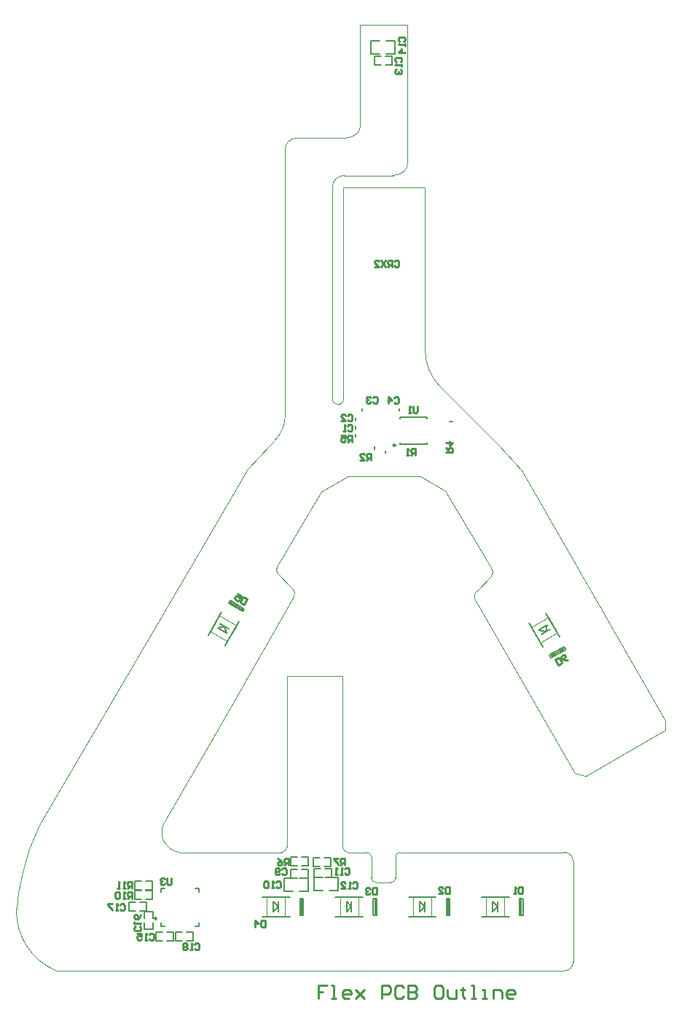
<source format=gbo>
G04*
G04 #@! TF.GenerationSoftware,Altium Limited,Altium Designer,18.1.4 (159)*
G04*
G04 Layer_Color=32896*
%FSLAX44Y44*%
%MOMM*%
G71*
G01*
G75*
%ADD10C,0.2500*%
%ADD13C,0.2540*%
%ADD15C,0.0500*%
%ADD16C,0.0500*%
%ADD17C,0.0510*%
%ADD18C,0.0508*%
%ADD80C,0.1270*%
%ADD81C,0.2000*%
%ADD82C,0.1981*%
%ADD83C,0.1778*%
D10*
X116438Y60956D02*
G03*
X116438Y60956I-1250J0D01*
G01*
X393821Y610305D02*
G03*
X393821Y610305I-1250J0D01*
G01*
D13*
X392649Y823615D02*
X393919Y824885D01*
X396458D01*
X397728Y823615D01*
Y818537D01*
X396458Y817268D01*
X393919D01*
X392649Y818537D01*
X390110Y817268D02*
Y824885D01*
X386301D01*
X385032Y823615D01*
Y821076D01*
X386301Y819807D01*
X390110D01*
X387571D02*
X385032Y817268D01*
X382492Y824885D02*
X377414Y817268D01*
Y824885D02*
X382492Y817268D01*
X369797D02*
X374875D01*
X369797Y822346D01*
Y823615D01*
X371066Y824885D01*
X373605D01*
X374875Y823615D01*
X391966Y664895D02*
X393236Y666164D01*
X395775D01*
X397045Y664895D01*
Y659816D01*
X395775Y658547D01*
X393236D01*
X391966Y659816D01*
X385618Y658547D02*
Y666164D01*
X389427Y662355D01*
X384349D01*
X338275Y644698D02*
X339545Y645968D01*
X342084D01*
X343354Y644698D01*
Y639620D01*
X342084Y638350D01*
X339545D01*
X338275Y639620D01*
X330658Y638350D02*
X335736D01*
X330658Y643429D01*
Y644698D01*
X331927Y645968D01*
X334467D01*
X335736Y644698D01*
X133490Y107744D02*
Y101396D01*
X132220Y100126D01*
X129681D01*
X128412Y101396D01*
Y107744D01*
X125872Y106474D02*
X124603Y107744D01*
X122064D01*
X120794Y106474D01*
Y105205D01*
X122064Y103935D01*
X123333D01*
X122064D01*
X120794Y102666D01*
Y101396D01*
X122064Y100126D01*
X124603D01*
X125872Y101396D01*
X419029Y655673D02*
Y649325D01*
X417759Y648056D01*
X415220D01*
X413950Y649325D01*
Y655673D01*
X411411Y648056D02*
X408872D01*
X410141D01*
Y655673D01*
X411411Y654404D01*
X87290Y96103D02*
Y103721D01*
X83481D01*
X82212Y102451D01*
Y99912D01*
X83481Y98643D01*
X87290D01*
X84751D02*
X82212Y96103D01*
X79672D02*
X77133D01*
X78403D01*
Y103721D01*
X79672Y102451D01*
X73324Y96103D02*
X70785D01*
X72055D01*
Y103721D01*
X73324Y102451D01*
X87290Y83975D02*
Y91593D01*
X83481D01*
X82212Y90323D01*
Y87784D01*
X83481Y86515D01*
X87290D01*
X84751D02*
X82212Y83975D01*
X79672D02*
X77133D01*
X78403D01*
Y91593D01*
X79672Y90323D01*
X73324D02*
X72055Y91593D01*
X69516D01*
X68246Y90323D01*
Y85245D01*
X69516Y83975D01*
X72055D01*
X73324Y85245D01*
Y90323D01*
X334507Y123286D02*
Y130904D01*
X330698D01*
X329429Y129634D01*
Y127095D01*
X330698Y125825D01*
X334507D01*
X331968D02*
X329429Y123286D01*
X326889Y130904D02*
X321811D01*
Y129634D01*
X326889Y124556D01*
Y123286D01*
X269229Y122853D02*
Y130471D01*
X265420D01*
X264151Y129201D01*
Y126662D01*
X265420Y125392D01*
X269229D01*
X266690D02*
X264151Y122853D01*
X256533Y130471D02*
X259072Y129201D01*
X261611Y126662D01*
Y124123D01*
X260342Y122853D01*
X257803D01*
X256533Y124123D01*
Y125392D01*
X257803Y126662D01*
X261611D01*
X342946Y614089D02*
Y621706D01*
X339137D01*
X337867Y620436D01*
Y617897D01*
X339137Y616628D01*
X342946D01*
X340406D02*
X337867Y614089D01*
X330250Y621706D02*
X335328D01*
Y617897D01*
X332789Y619167D01*
X331519D01*
X330250Y617897D01*
Y615358D01*
X331519Y614089D01*
X334058D01*
X335328Y615358D01*
X452591Y601910D02*
X460208D01*
Y605719D01*
X458939Y606988D01*
X456399D01*
X455130Y605719D01*
Y601910D01*
Y604449D02*
X452591Y606988D01*
Y613336D02*
X460208D01*
X456399Y609527D01*
Y614606D01*
X365501Y592997D02*
Y600615D01*
X361692D01*
X360422Y599345D01*
Y596806D01*
X361692Y595536D01*
X365501D01*
X362962D02*
X360422Y592997D01*
X352805D02*
X357883D01*
X352805Y598075D01*
Y599345D01*
X354074Y600615D01*
X356614D01*
X357883Y599345D01*
X416555Y598665D02*
Y606282D01*
X412746D01*
X411476Y605013D01*
Y602474D01*
X412746Y601204D01*
X416555D01*
X414016D02*
X411476Y598665D01*
X408937D02*
X406398D01*
X407668D01*
Y606282D01*
X408937Y605013D01*
X582981Y354786D02*
X579172Y361383D01*
X582471Y363287D01*
X584205Y362823D01*
X586744Y358425D01*
X586279Y356690D01*
X582981Y354786D01*
X593976Y361134D02*
X591142Y360964D01*
X587673Y361893D01*
X586404Y364092D01*
X586869Y365827D01*
X589067Y367096D01*
X590802Y366632D01*
X591437Y365532D01*
X590972Y363798D01*
X587673Y361893D01*
X221361Y431864D02*
X217552Y425267D01*
X214254Y427172D01*
X213789Y428906D01*
X216328Y433304D01*
X218062Y433769D01*
X221361Y431864D01*
X210366Y438212D02*
X214764Y435673D01*
X212860Y432375D01*
X211295Y434744D01*
X210196Y435379D01*
X208462Y434914D01*
X207192Y432715D01*
X207657Y430981D01*
X209856Y429711D01*
X211590Y430176D01*
X242401Y58936D02*
Y51318D01*
X238592D01*
X237322Y52588D01*
Y57666D01*
X238592Y58936D01*
X242401D01*
X230974Y51318D02*
Y58936D01*
X234783Y55127D01*
X229705D01*
X371696Y96274D02*
Y88657D01*
X367887D01*
X366617Y89926D01*
Y95004D01*
X367887Y96274D01*
X371696D01*
X364078Y95004D02*
X362809Y96274D01*
X360269D01*
X359000Y95004D01*
Y93735D01*
X360269Y92465D01*
X361539D01*
X360269D01*
X359000Y91196D01*
Y89926D01*
X360269Y88657D01*
X362809D01*
X364078Y89926D01*
X456363Y97290D02*
Y89672D01*
X452554D01*
X451284Y90942D01*
Y96020D01*
X452554Y97290D01*
X456363D01*
X443667Y89672D02*
X448745D01*
X443667Y94751D01*
Y96020D01*
X444936Y97290D01*
X447476D01*
X448745Y96020D01*
X541373Y97290D02*
Y89672D01*
X537564D01*
X536294Y90942D01*
Y96020D01*
X537564Y97290D01*
X541373D01*
X533755Y89672D02*
X531216D01*
X532486D01*
Y97290D01*
X533755Y96020D01*
X160416Y30826D02*
X161685Y32096D01*
X164224D01*
X165494Y30826D01*
Y25748D01*
X164224Y24478D01*
X161685D01*
X160416Y25748D01*
X157876Y24478D02*
X155337D01*
X156607D01*
Y32096D01*
X157876Y30826D01*
X151529D02*
X150259Y32096D01*
X147720D01*
X146450Y30826D01*
Y29557D01*
X147720Y28287D01*
X146450Y27018D01*
Y25748D01*
X147720Y24478D01*
X150259D01*
X151529Y25748D01*
Y27018D01*
X150259Y28287D01*
X151529Y29557D01*
Y30826D01*
X150259Y28287D02*
X147720D01*
X73536Y76586D02*
X74805Y77856D01*
X77344D01*
X78614Y76586D01*
Y71508D01*
X77344Y70238D01*
X74805D01*
X73536Y71508D01*
X70996Y70238D02*
X68457D01*
X69727D01*
Y77856D01*
X70996Y76586D01*
X64648Y77856D02*
X59570D01*
Y76586D01*
X64648Y71508D01*
Y70238D01*
X96658Y51611D02*
X97928Y50341D01*
Y47802D01*
X96658Y46532D01*
X91580D01*
X90310Y47802D01*
Y50341D01*
X91580Y51611D01*
X90310Y54150D02*
Y56689D01*
Y55420D01*
X97928D01*
X96658Y54150D01*
X97928Y65576D02*
X96658Y63037D01*
X94119Y60498D01*
X91580D01*
X90310Y61768D01*
Y64307D01*
X91580Y65576D01*
X92849D01*
X94119Y64307D01*
Y60498D01*
X107612Y42297D02*
X108881Y43567D01*
X111420D01*
X112690Y42297D01*
Y37219D01*
X111420Y35949D01*
X108881D01*
X107612Y37219D01*
X105072Y35949D02*
X102533D01*
X103803D01*
Y43567D01*
X105072Y42297D01*
X93646Y43567D02*
X98724D01*
Y39758D01*
X96185Y41028D01*
X94916D01*
X93646Y39758D01*
Y37219D01*
X94916Y35949D01*
X97455D01*
X98724Y37219D01*
X398574Y1078910D02*
X397304Y1080180D01*
Y1082719D01*
X398574Y1083988D01*
X403652D01*
X404921Y1082719D01*
Y1080180D01*
X403652Y1078910D01*
X404921Y1076371D02*
Y1073832D01*
Y1075101D01*
X397304D01*
X398574Y1076371D01*
X404921Y1066214D02*
X397304D01*
X401113Y1070023D01*
Y1064945D01*
X394510Y1055486D02*
X393240Y1056756D01*
Y1059295D01*
X394510Y1060564D01*
X399588D01*
X400858Y1059295D01*
Y1056756D01*
X399588Y1055486D01*
X400858Y1052947D02*
Y1050408D01*
Y1051677D01*
X393240D01*
X394510Y1052947D01*
Y1046599D02*
X393240Y1045329D01*
Y1042790D01*
X394510Y1041521D01*
X395779D01*
X397049Y1042790D01*
Y1044060D01*
Y1042790D01*
X398318Y1041521D01*
X399588D01*
X400858Y1042790D01*
Y1045329D01*
X399588Y1046599D01*
X344420Y101839D02*
X345690Y103108D01*
X348229D01*
X349499Y101839D01*
Y96761D01*
X348229Y95491D01*
X345690D01*
X344420Y96761D01*
X341881Y95491D02*
X339342D01*
X340611D01*
Y103108D01*
X341881Y101839D01*
X330455Y95491D02*
X335533D01*
X330455Y100569D01*
Y101839D01*
X331724Y103108D01*
X334264D01*
X335533Y101839D01*
X335022Y118349D02*
X336292Y119618D01*
X338831D01*
X340101Y118349D01*
Y113271D01*
X338831Y112001D01*
X336292D01*
X335022Y113271D01*
X332483Y112001D02*
X329944D01*
X331213D01*
Y119618D01*
X332483Y118349D01*
X326135Y112001D02*
X323596D01*
X324866D01*
Y119618D01*
X326135Y118349D01*
X254810Y102990D02*
X256079Y104259D01*
X258619D01*
X259888Y102990D01*
Y97911D01*
X258619Y96642D01*
X256079D01*
X254810Y97911D01*
X252271Y96642D02*
X249731D01*
X251001D01*
Y104259D01*
X252271Y102990D01*
X245923D02*
X244653Y104259D01*
X242114D01*
X240844Y102990D01*
Y97911D01*
X242114Y96642D01*
X244653D01*
X245923Y97911D01*
Y102990D01*
X261668Y117976D02*
X262937Y119245D01*
X265477D01*
X266746Y117976D01*
Y112897D01*
X265477Y111628D01*
X262937D01*
X261668Y112897D01*
X259129D02*
X257859Y111628D01*
X255320D01*
X254050Y112897D01*
Y117976D01*
X255320Y119245D01*
X257859D01*
X259129Y117976D01*
Y116706D01*
X257859Y115436D01*
X254050D01*
X367725Y665304D02*
X368995Y666573D01*
X371534D01*
X372804Y665304D01*
Y660226D01*
X371534Y658956D01*
X368995D01*
X367725Y660226D01*
X365186Y665304D02*
X363917Y666573D01*
X361377D01*
X360108Y665304D01*
Y664034D01*
X361377Y662765D01*
X362647D01*
X361377D01*
X360108Y661495D01*
Y660226D01*
X361377Y658956D01*
X363917D01*
X365186Y660226D01*
X338121Y632882D02*
X339391Y634152D01*
X341930D01*
X343200Y632882D01*
Y627804D01*
X341930Y626535D01*
X339391D01*
X338121Y627804D01*
X335582Y626535D02*
X333043D01*
X334312D01*
Y634152D01*
X335582Y632882D01*
X314494Y-16853D02*
X304338D01*
Y-24470D01*
X309416D01*
X304338D01*
Y-32088D01*
X319573D02*
X324651D01*
X322112D01*
Y-16853D01*
X319573D01*
X339886Y-32088D02*
X334808D01*
X332268Y-29548D01*
Y-24470D01*
X334808Y-21931D01*
X339886D01*
X342425Y-24470D01*
Y-27009D01*
X332268D01*
X347504Y-21931D02*
X357660Y-32088D01*
X352582Y-27009D01*
X357660Y-21931D01*
X347504Y-32088D01*
X377974D02*
Y-16853D01*
X385591D01*
X388130Y-19392D01*
Y-24470D01*
X385591Y-27009D01*
X377974D01*
X403366Y-19392D02*
X400826Y-16853D01*
X395748D01*
X393209Y-19392D01*
Y-29548D01*
X395748Y-32088D01*
X400826D01*
X403366Y-29548D01*
X408444Y-16853D02*
Y-32088D01*
X416061D01*
X418601Y-29548D01*
Y-27009D01*
X416061Y-24470D01*
X408444D01*
X416061D01*
X418601Y-21931D01*
Y-19392D01*
X416061Y-16853D01*
X408444D01*
X446531D02*
X441453D01*
X438914Y-19392D01*
Y-29548D01*
X441453Y-32088D01*
X446531D01*
X449071Y-29548D01*
Y-19392D01*
X446531Y-16853D01*
X454149Y-21931D02*
Y-29548D01*
X456688Y-32088D01*
X464306D01*
Y-21931D01*
X471923Y-19392D02*
Y-21931D01*
X469384D01*
X474463D01*
X471923D01*
Y-29548D01*
X474463Y-32088D01*
X482080D02*
X487158D01*
X484619D01*
Y-16853D01*
X482080D01*
X494776Y-32088D02*
X499854D01*
X497315D01*
Y-21931D01*
X494776D01*
X507472Y-32088D02*
Y-21931D01*
X515089D01*
X517629Y-24470D01*
Y-32088D01*
X530324D02*
X525246D01*
X522707Y-29548D01*
Y-24470D01*
X525246Y-21931D01*
X530324D01*
X532864Y-24470D01*
Y-27009D01*
X522707D01*
D15*
X600247Y127484D02*
G03*
X590088Y137644I-10160J0D01*
G01*
X589833Y0D02*
G03*
X600247Y10414I0J10414D01*
G01*
X614932Y226313D02*
X707436Y279556D01*
Y290448D01*
X600247Y127170D02*
Y127484D01*
X589580Y137644D02*
X590088D01*
X600247Y10414D02*
Y127170D01*
X-32213Y141140D02*
X-20447Y169226D01*
X-39578Y114471D02*
X-32213Y141140D01*
X-44658Y90849D02*
X-39578Y114471D01*
X-46625Y72103D02*
X-44658Y90849D01*
X571624Y410713D02*
X582063Y392583D01*
X551692Y399236D02*
X562131Y381106D01*
X551692Y399236D02*
X571624Y410713D01*
X562131Y381106D02*
X582063Y392583D01*
X178657Y394193D02*
X189096Y412323D01*
X198589Y382716D02*
X209028Y400846D01*
X189096Y412323D02*
X209028Y400846D01*
X178657Y394193D02*
X198589Y382716D01*
X398980Y137644D02*
X589580Y137644D01*
X338541Y137584D02*
X360648D01*
X143128Y137644D02*
X158863D01*
X200145Y137584D02*
X261566D01*
X325067Y658299D02*
X329291D01*
X371294Y102533D02*
X388334D01*
X422905Y574221D02*
X451495Y556926D01*
X505860Y466230D01*
X489008Y441558D02*
X504336Y457340D01*
X505860Y459626D01*
X506622Y462928D01*
X505860Y466230D02*
X506622Y462928D01*
X257617Y460498D02*
X272945Y444716D01*
X256093Y462784D02*
X257617Y460498D01*
X255331Y466086D02*
X256093Y462784D01*
X255331Y466086D02*
X256093Y469388D01*
X256081Y469395D02*
X308048Y556090D01*
X428241Y729359D02*
Y909359D01*
X333241Y729359D02*
Y909359D01*
D16*
X398980Y137644D02*
G03*
X393980Y132601I22J-5022D01*
G01*
X332508Y143681D02*
G03*
X338541Y137584I6065J-31D01*
G01*
X329291Y658299D02*
G03*
X333241Y662857I-304J4254D01*
G01*
X320683D02*
G03*
X325067Y658299I4849J277D01*
G01*
X261566Y137584D02*
G03*
X267507Y143772I-123J6065D01*
G01*
X388334Y102533D02*
G03*
X393980Y108045I67J5579D01*
G01*
X365648D02*
G03*
X371294Y102533I5579J67D01*
G01*
X489008Y441558D02*
G03*
X487080Y429517I5057J-6985D01*
G01*
X274873Y432675D02*
G03*
X272945Y444716I-6985J5057D01*
G01*
X-46625Y72103D02*
G03*
X0Y13I75007J-2611D01*
G01*
X125806Y173617D02*
G03*
X143128Y137644I19993J-12530D01*
G01*
X391126Y923399D02*
G03*
X404617Y928987I0J19079D01*
G01*
X428241Y720934D02*
G03*
X446201Y677573I61321J0D01*
G01*
X279164Y966804D02*
G03*
X269353Y962740I0J-13875D01*
G01*
X349617Y972392D02*
G03*
X352805Y980088I-7696J7696D01*
G01*
X334164Y923399D02*
G03*
X324353Y919335I0J-13875D01*
G01*
X269353Y962740D02*
G03*
X265683Y953879I8860J-8860D01*
G01*
X253487Y615834D02*
G03*
X265683Y645278I-29444J29444D01*
G01*
X404617Y928987D02*
G03*
X407805Y936684I-7696J7696D01*
G01*
X365648Y132601D02*
G03*
X360648Y137584I-4992J-8D01*
G01*
X336126Y966804D02*
G03*
X349617Y972392I0J19079D01*
G01*
X324353Y919335D02*
G03*
X320683Y910475I8860J-8860D01*
G01*
X614479Y226052D02*
X614932Y226313D01*
X602264Y229344D02*
X614479Y226052D01*
X499396Y62979D02*
Y85979D01*
Y62979D02*
X520396D01*
Y85979D01*
X499396D02*
X520396D01*
X414396Y62980D02*
Y85980D01*
Y62980D02*
X435396D01*
Y85980D01*
X414396D02*
X435396D01*
X329396Y62979D02*
Y85979D01*
Y62979D02*
X350396D01*
Y85979D01*
X329396D02*
X350396D01*
X244396D02*
X265396D01*
Y62979D02*
Y85979D01*
X244396Y62979D02*
X265396D01*
X244396D02*
Y85979D01*
X267507Y143772D02*
Y342054D01*
X332508Y143681D02*
Y342054D01*
X267507D02*
X332508D01*
X393980Y108045D02*
Y132601D01*
X487080Y429517D02*
X602264Y229344D01*
X0Y0D02*
X532999Y0D01*
X589833D01*
X333241Y909359D02*
X428241D01*
X334164Y923399D02*
X391126D01*
X446201Y677573D02*
X514176Y609599D01*
X177228Y262982D02*
X274873Y432675D01*
X540153Y581162D02*
X595391Y485166D01*
X707436Y290448D01*
X166106Y487019D02*
X222176Y582534D01*
X-20447Y169226D02*
X166106Y487019D01*
X125806Y173617D02*
X177228Y262982D01*
X308048Y556090D02*
X339311Y574555D01*
X342898Y574567D02*
X422905Y574221D01*
X279164Y966804D02*
X336126D01*
X514176Y609599D02*
X540153Y581162D01*
X222176Y582534D02*
X248399Y610746D01*
X253487Y615834D01*
X158923Y137584D02*
X200145D01*
X320683Y662857D02*
Y900046D01*
X428241Y720934D02*
Y729359D01*
X365648Y108045D02*
Y132601D01*
X333241Y662857D02*
Y729359D01*
X320683Y900046D02*
Y910475D01*
X339311Y574555D02*
X341104Y574576D01*
X342898Y574567D01*
X265683Y645278D02*
Y651873D01*
D17*
X352805Y1098628D02*
X407805D01*
Y936684D02*
Y1098628D01*
D18*
X352805Y980088D02*
Y1098628D01*
X265683Y651873D02*
X265683Y953879D01*
D80*
X369361Y1051984D02*
X376982D01*
X369361D02*
Y1062144D01*
X376982D01*
X382062D02*
X389682D01*
Y1051984D02*
Y1062144D01*
X382062Y1051984D02*
X389682D01*
X383331Y1079417D02*
X393492D01*
Y1064176D02*
Y1079417D01*
X383331Y1064176D02*
X393492D01*
X365551D02*
X375712D01*
X365551D02*
Y1079417D01*
X375712D01*
X90592Y94325D02*
X98212D01*
X90592D02*
Y104485D01*
X98212D01*
X103292D02*
X110912D01*
Y94325D02*
Y104485D01*
X103292Y94325D02*
X110912D01*
X90592Y82895D02*
X98212D01*
X90592D02*
Y93055D01*
X98212D01*
X103292D02*
X110912D01*
Y82895D02*
Y93055D01*
X103292Y82895D02*
X110912D01*
X298467Y121458D02*
X306087D01*
X298467D02*
Y131618D01*
X306087D01*
X311167D02*
X318787D01*
Y121458D02*
Y131618D01*
X311167Y121458D02*
X318787D01*
X284723Y131831D02*
X292343D01*
Y121671D02*
Y131831D01*
X284723Y121671D02*
X292343D01*
X272023D02*
X279643D01*
X272023D02*
Y131831D01*
X279643D01*
X138062Y34638D02*
X145682D01*
X138062D02*
Y44798D01*
X145682D01*
X150762D02*
X158382D01*
Y34638D02*
Y44798D01*
X150762Y34638D02*
X158382D01*
X83694Y69749D02*
X91314D01*
X83694D02*
Y79909D01*
X91314D01*
X96394D02*
X104014D01*
Y69749D02*
Y79909D01*
X96394Y69749D02*
X104014D01*
X101774Y61069D02*
Y68689D01*
X111934D01*
Y61069D02*
Y68689D01*
Y48369D02*
Y55989D01*
X101774Y48369D02*
X111934D01*
X101774D02*
Y55989D01*
X115456Y34638D02*
X123076D01*
X115456D02*
Y44798D01*
X123076D01*
X128156D02*
X135776D01*
Y34638D02*
Y44798D01*
X128156Y34638D02*
X135776D01*
X298953Y92951D02*
X309113D01*
X298953D02*
Y108191D01*
X309113D01*
X316733D02*
X326893D01*
Y92951D02*
Y108191D01*
X316733Y92951D02*
X326893D01*
X311653Y108191D02*
X319273D01*
Y118351D01*
X311653D02*
X319273D01*
X298953D02*
X306573D01*
X298953Y108191D02*
Y118351D01*
Y108191D02*
X306573D01*
X281986Y108072D02*
X292146D01*
Y92832D02*
Y108072D01*
X281986Y92832D02*
X292146D01*
X264206D02*
X274366D01*
X264206D02*
Y108072D01*
X274366D01*
X271826Y118232D02*
X279446D01*
X271826Y108072D02*
Y118232D01*
Y108072D02*
X279446D01*
X284526D02*
X292146D01*
Y118232D01*
X284526D02*
X292146D01*
D81*
X398393Y650148D02*
Y653148D01*
X347354Y639181D02*
Y642181D01*
X121128Y51656D02*
Y55907D01*
Y51656D02*
X125378D01*
X160878D02*
X165128D01*
Y55907D01*
Y91406D02*
Y95656D01*
X160878D02*
X165128D01*
X121128Y91406D02*
Y95656D01*
X125378D01*
X430071Y641080D02*
Y642805D01*
X399071D02*
X399071Y641080D01*
X430071Y611805D02*
Y613530D01*
X399071Y611805D02*
Y613530D01*
Y611805D02*
X430071D01*
X399071Y642805D02*
X430071D01*
X347104Y620156D02*
Y623156D01*
X456679Y638056D02*
X459679D01*
X369135Y605801D02*
Y608801D01*
X382441Y600975D02*
Y603975D01*
X355304Y650006D02*
Y653006D01*
X347104Y629506D02*
Y632506D01*
D82*
X589251Y376207D02*
X591026Y373132D01*
X572751Y366536D02*
X574526Y363461D01*
X590981Y372962D01*
X573675Y365135D02*
X590130Y374635D01*
X572797Y366707D02*
X589251Y376207D01*
X199718Y426747D02*
X216173Y417247D01*
X200640Y428293D02*
X217094Y418793D01*
X201664Y429867D02*
X218119Y420367D01*
X216344Y417293D02*
X218119Y420367D01*
X199718Y426747D02*
X201493Y429821D01*
X283146Y84005D02*
X286696D01*
X283271Y64880D02*
X286821D01*
Y83881D01*
X284946Y64981D02*
Y83981D01*
X283146Y65005D02*
Y84005D01*
X368146Y65005D02*
Y84005D01*
X369946Y64981D02*
Y83981D01*
X371821Y64880D02*
Y83881D01*
X368271Y64880D02*
X371821D01*
X368146Y84005D02*
X371696D01*
X453146D02*
X456696D01*
X453271Y64880D02*
X456821D01*
Y83881D01*
X454946Y64981D02*
Y83981D01*
X453146Y65005D02*
Y84005D01*
X538146Y65005D02*
Y84005D01*
X539946Y64981D02*
Y83981D01*
X541821Y64880D02*
Y83881D01*
X538271Y64880D02*
X541821D01*
X538146Y84005D02*
X541696D01*
D83*
X568663Y415416D02*
X584663Y387703D01*
X549091Y404116D02*
X565092Y376403D01*
X560302Y395549D02*
X570304Y401324D01*
X568218Y393537D02*
X570304Y401324D01*
X568088Y393462D02*
X568218Y393537D01*
X560302Y395549D02*
X568088Y393462D01*
X562935Y390487D02*
X568088Y393462D01*
X568218Y393537D02*
X573241Y396437D01*
X190203Y402766D02*
X195226Y399866D01*
X195356Y399791D02*
X200509Y396816D01*
X195356Y399791D02*
X197442Y392005D01*
X195226Y399866D02*
X195356Y399791D01*
X187440Y397780D02*
X195226Y399866D01*
X187440Y397780D02*
X197442Y392005D01*
X195628Y378013D02*
X211628Y405726D01*
X176056Y389313D02*
X192056Y417026D01*
X238896Y85780D02*
X270896D01*
X238896Y63181D02*
X270896D01*
X251920Y68605D02*
Y80155D01*
X257620Y74455D01*
Y74306D02*
Y74455D01*
X251920Y68605D02*
X257620Y74306D01*
Y68355D02*
Y74306D01*
Y74455D02*
Y80255D01*
X342620Y74455D02*
Y80255D01*
Y68355D02*
Y74306D01*
X336920Y68605D02*
X342620Y74306D01*
Y74455D01*
X336920Y80155D02*
X342620Y74455D01*
X336920Y68605D02*
Y80155D01*
X323896Y63181D02*
X355896D01*
X323896Y85780D02*
X355896D01*
X408896D02*
X440896D01*
X408896Y63181D02*
X440896D01*
X421920Y68605D02*
Y80155D01*
X427620Y74455D01*
Y74306D02*
Y74455D01*
X421920Y68605D02*
X427620Y74306D01*
Y68355D02*
Y74306D01*
Y74455D02*
Y80255D01*
X512620Y74455D02*
Y80255D01*
Y68355D02*
Y74306D01*
X506920Y68605D02*
X512620Y74306D01*
Y74455D01*
X506920Y80155D02*
X512620Y74455D01*
X506920Y68605D02*
Y80155D01*
X493896Y63181D02*
X525896D01*
X493896Y85780D02*
X525896D01*
M02*

</source>
